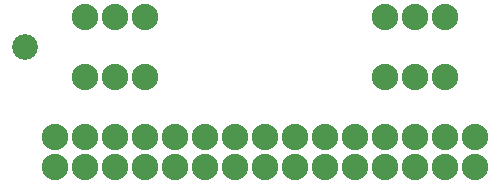
<source format=gts>
G04 MADE WITH FRITZING*
G04 WWW.FRITZING.ORG*
G04 DOUBLE SIDED*
G04 HOLES PLATED*
G04 CONTOUR ON CENTER OF CONTOUR VECTOR*
%ASAXBY*%
%FSLAX23Y23*%
%MOIN*%
%OFA0B0*%
%SFA1.0B1.0*%
%ADD10C,0.088000*%
%ADD11C,0.085433*%
%LNMASK1*%
G90*
G70*
G54D10*
X324Y850D03*
X424Y850D03*
X524Y850D03*
X1324Y850D03*
X1424Y850D03*
X1524Y850D03*
X1324Y650D03*
X1424Y650D03*
X1524Y650D03*
X324Y650D03*
X424Y650D03*
X524Y650D03*
G54D11*
X124Y750D03*
G54D10*
X1624Y450D03*
X1524Y450D03*
X1424Y450D03*
X1324Y450D03*
X1224Y450D03*
X1124Y450D03*
X1024Y450D03*
X924Y450D03*
X824Y450D03*
X724Y450D03*
X624Y450D03*
X524Y450D03*
X424Y450D03*
X324Y450D03*
X224Y450D03*
X1624Y350D03*
X1524Y350D03*
X1424Y350D03*
X1324Y350D03*
X1224Y350D03*
X1124Y350D03*
X1024Y350D03*
X924Y350D03*
X824Y350D03*
X724Y350D03*
X624Y350D03*
X524Y350D03*
X424Y350D03*
X324Y350D03*
X224Y350D03*
G04 End of Mask1*
M02*
</source>
